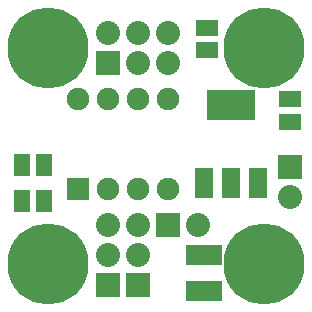
<source format=gts>
G04 (created by PCBNEW (2013-04-19 BZR 4011)-stable) date 06/06/2013 13:50:22*
%MOIN*%
G04 Gerber Fmt 3.4, Leading zero omitted, Abs format*
%FSLAX34Y34*%
G01*
G70*
G90*
G04 APERTURE LIST*
%ADD10C,2.3622e-006*%
%ADD11R,0.164X0.1*%
%ADD12R,0.06X0.1*%
%ADD13R,0.075X0.075*%
%ADD14C,0.075*%
%ADD15R,0.08X0.08*%
%ADD16C,0.08*%
%ADD17C,0.27*%
%ADD18R,0.075X0.055*%
%ADD19R,0.055X0.075*%
%ADD20R,0.12X0.07*%
G04 APERTURE END LIST*
G54D10*
G54D11*
X18500Y-13300D03*
G54D12*
X18500Y-15900D03*
X19400Y-15900D03*
X17600Y-15900D03*
G54D13*
X13400Y-16100D03*
G54D14*
X14400Y-16100D03*
X15400Y-16100D03*
X16400Y-16100D03*
X16400Y-13100D03*
X15400Y-13100D03*
X14400Y-13100D03*
X13400Y-13100D03*
G54D15*
X14400Y-19300D03*
G54D16*
X14400Y-18300D03*
X14400Y-17300D03*
G54D15*
X15400Y-19300D03*
G54D16*
X15400Y-18300D03*
X15400Y-17300D03*
G54D15*
X16400Y-17300D03*
G54D16*
X17400Y-17300D03*
G54D15*
X20460Y-15380D03*
G54D16*
X20460Y-16380D03*
G54D15*
X14400Y-11900D03*
G54D16*
X14400Y-10900D03*
X15400Y-11900D03*
X15400Y-10900D03*
X16400Y-11900D03*
X16400Y-10900D03*
G54D17*
X12400Y-18600D03*
X19600Y-18600D03*
X19600Y-11400D03*
X12400Y-11400D03*
G54D18*
X17700Y-11475D03*
X17700Y-10725D03*
G54D19*
X12275Y-15300D03*
X11525Y-15300D03*
G54D18*
X20480Y-13855D03*
X20480Y-13105D03*
G54D19*
X11525Y-16500D03*
X12275Y-16500D03*
G54D20*
X17600Y-18300D03*
X17600Y-19500D03*
M02*

</source>
